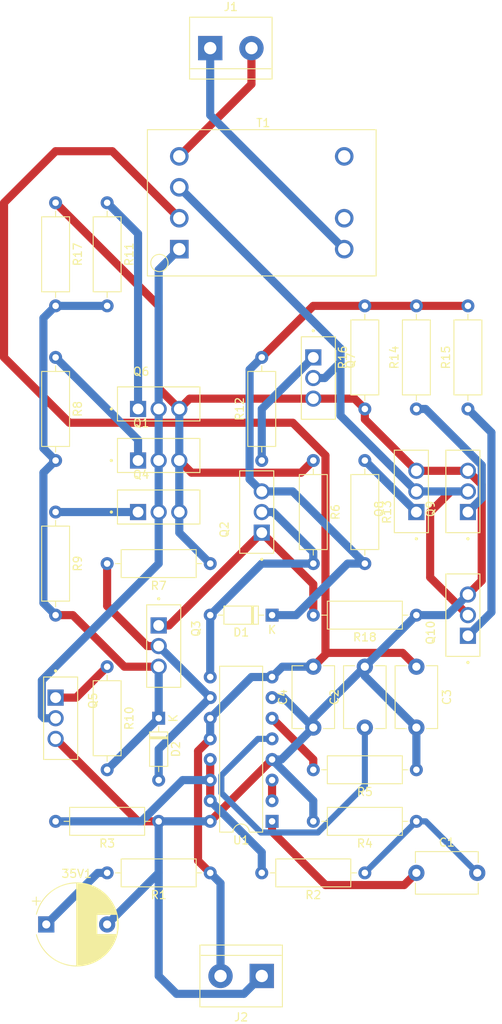
<source format=kicad_pcb>
(kicad_pcb (version 20221018) (generator pcbnew)
  (title_block (title "DC to AC Voltage Inverter ") (date "08.01.2024") (rev "1.0") (company "Muxtar_Safarov"))
  (layers (0 "F.Cu" signal) (31 "B.Cu" signal) (34 "B.Paste" user) (35 "F.Paste" user) (36 "B.SilkS" user "B.Silkscreen") (37 "F.SilkS" user "F.Silkscreen") (38 "B.Mask" user) (39 "F.Mask" user) (44 "Edge.Cuts" user))
  (net 0 "")
  (net 1 "Net-(35V1-Pad1)")
  (net 2 "4")
  (net 3 "Net-(U1-1IN+)")
  (net 4 "Net-(C1-Pad2)")
  (net 5 "Net-(U1-CT)")
  (net 6 "11")
  (net 7 "Net-(D1-K)")
  (net 8 "9")
  (net 9 "Net-(D2-K)")
  (net 10 "10")
  (net 11 "Net-(J1-Pin_1)")
  (net 12 "Net-(J1-Pin_2)")
  (net 13 "Net-(Q1-Pad1)")
  (net 14 "Net-(T1-PR1)")
  (net 15 "Net-(Q2-C)")
  (net 16 "Net-(Q4-Pad1)")
  (net 17 "Net-(Q5-Pad1)")
  (net 18 "Net-(Q6-Pad1)")
  (net 19 "Net-(Q7-Pad1)")
  (net 20 "Net-(T1-PR2)")
  (net 21 "Net-(Q8-Pad1)")
  (net 22 "Net-(Q9-Pad1)")
  (net 23 "Net-(Q10-Pad1)")
  (net 24 "Net-(U1-2IN-)")
  (net 25 "6")
  (net 26 "Net-(U1-1IN-)")
  (footprint "Diode_THT:D_DO-35_SOD27_P7.62mm_Horizontal" (layer "F.Cu") (at 69.85 152.4 -90)
    (fp_text reference "D2" (at 3.81 -2.12 90) (layer "F.SilkS"))
    (fp_text value "1N4148")
    (fp_text user "K" (at 0 -1.8 90) (layer "F.SilkS"))
    (pad "1" thru_hole rect (at 0 0 270) (size 1.6 1.6) (drill 0.8) (layers "*.Cu" "*.Mask") (net 9 "Net-(D2-K)"))
    (pad "2" thru_hole oval (at 7.62 0 270) (size 1.6 1.6) (drill 0.8) (layers "*.Cu" "*.Mask") (net 10 "10"))
  )
  (footprint "IRFZ44N:TO254P1016X419X2286-3" (layer "F.Cu") (at 82.55 127 90)
    (fp_text reference "Q2" (at -2.155 -4.6025 90) (layer "F.SilkS"))
    (fp_text value "A1015")
    (pad "1" thru_hole rect (at -2.54 0 90) (size 1.995 1.995) (drill 1.33) (layers "*.Cu" "*.Mask") (net 15 "Net-(Q2-C)"))
    (pad "2" thru_hole circle (at 0 0 90) (size 1.995 1.995) (drill 1.33) (layers "*.Cu" "*.Mask") (net 8 "9"))
    (pad "3" thru_hole circle (at 2.54 0 90) (size 1.995 1.995) (drill 1.33) (layers "*.Cu" "*.Mask") (net 7 "Net-(D1-K)"))
  )
  (footprint "IRFZ44N:TO254P1016X419X2286-3" (layer "F.Cu") (at 101.6 124.46 90)
    (fp_text reference "Q8" (at -2.155 -4.6025 90) (layer "F.SilkS"))
    (fp_text value "IRFZ44N")
    (pad "1" thru_hole rect (at -2.54 0 90) (size 1.995 1.995) (drill 1.33) (layers "*.Cu" "*.Mask") (net 21 "Net-(Q8-Pad1)"))
    (pad "2" thru_hole circle (at 0 0 90) (size 1.995 1.995) (drill 1.33) (layers "*.Cu" "*.Mask") (net 20 "Net-(T1-PR2)"))
    (pad "3" thru_hole circle (at 2.54 0 90) (size 1.995 1.995) (drill 1.33) (layers "*.Cu" "*.Mask") (net 2 "4"))
  )
  (footprint "Resistor_THT:R_Axial_DIN0309_L9.0mm_D3.2mm_P12.70mm_Horizontal" (layer "F.Cu") (at 63.5 146.05 -90)
    (fp_text reference "R10" (at 6.35 -2.72 90) (layer "F.SilkS"))
    (fp_text value "100R")
    (pad "1" thru_hole circle (at 0 0 270) (size 1.6 1.6) (drill 0.8) (layers "*.Cu" "*.Mask") (net 17 "Net-(Q5-Pad1)"))
    (pad "2" thru_hole oval (at 12.7 0 270) (size 1.6 1.6) (drill 0.8) (layers "*.Cu" "*.Mask") (net 9 "Net-(D2-K)"))
  )
  (footprint "Resistor_THT:R_Axial_DIN0309_L9.0mm_D3.2mm_P12.70mm_Horizontal" (layer "F.Cu") (at 101.6 114.3 90)
    (fp_text reference "R14" (at 6.35 -2.72 90) (layer "F.SilkS"))
    (fp_text value "100R")
    (pad "1" thru_hole circle (at 0 0 90) (size 1.6 1.6) (drill 0.8) (layers "*.Cu" "*.Mask") (net 22 "Net-(Q9-Pad1)"))
    (pad "2" thru_hole oval (at 12.7 0 90) (size 1.6 1.6) (drill 0.8) (layers "*.Cu" "*.Mask") (net 7 "Net-(D1-K)"))
  )
  (footprint "IRFZ44N:TO254P1016X419X2286-3" (layer "F.Cu") (at 69.85 127)
    (fp_text reference "Q4" (at -2.155 -4.6025) (layer "F.SilkS"))
    (fp_text value "IRFZ44N")
    (pad "1" thru_hole rect (at -2.54 0) (size 1.995 1.995) (drill 1.33) (layers "*.Cu" "*.Mask") (net 16 "Net-(Q4-Pad1)"))
    (pad "2" thru_hole circle (at 0 0) (size 1.995 1.995) (drill 1.33) (layers "*.Cu" "*.Mask") (net 14 "Net-(T1-PR1)"))
    (pad "3" thru_hole circle (at 2.54 0) (size 1.995 1.995) (drill 1.33) (layers "*.Cu" "*.Mask") (net 2 "4"))
  )
  (footprint "Resistor_THT:R_Axial_DIN0309_L9.0mm_D3.2mm_P12.70mm_Horizontal" (layer "F.Cu") (at 57.15 107.95 -90)
    (fp_text reference "R8" (at 6.35 -2.72 90) (layer "F.SilkS"))
    (fp_text value "100R")
    (pad "1" thru_hole circle (at 0 0 270) (size 1.6 1.6) (drill 0.8) (layers "*.Cu" "*.Mask") (net 13 "Net-(Q1-Pad1)"))
    (pad "2" thru_hole oval (at 12.7 0 270) (size 1.6 1.6) (drill 0.8) (layers "*.Cu" "*.Mask") (net 9 "Net-(D2-K)"))
  )
  (footprint "Capacitor_THT:C_Disc_D7.5mm_W5.0mm_P7.50mm" (layer "F.Cu") (at 101.6 171.45)
    (fp_text reference "C1" (at 3.75 -3.75) (layer "F.SilkS"))
    (fp_text value "100nF")
    (pad "1" thru_hole circle (at 0 0) (size 2 2) (drill 1) (layers "*.Cu" "*.Mask") (net 3 "Net-(U1-1IN+)"))
    (pad "2" thru_hole circle (at 7.5 0) (size 2 2) (drill 1) (layers "*.Cu" "*.Mask") (net 4 "Net-(C1-Pad2)"))
  )
  (footprint "Resistor_THT:R_Axial_DIN0309_L9.0mm_D3.2mm_P12.70mm_Horizontal" (layer "F.Cu") (at 95.25 120.65 -90)
    (fp_text reference "R13" (at 6.35 -2.72 90) (layer "F.SilkS"))
    (fp_text value "100R")
    (pad "1" thru_hole circle (at 0 0 270) (size 1.6 1.6) (drill 0.8) (layers "*.Cu" "*.Mask") (net 21 "Net-(Q8-Pad1)"))
    (pad "2" thru_hole oval (at 12.7 0 270) (size 1.6 1.6) (drill 0.8) (layers "*.Cu" "*.Mask") (net 7 "Net-(D1-K)"))
  )
  (footprint "IRFZ44N:TO254P1016X419X2286-3" (layer "F.Cu") (at 107.95 139.7 90)
    (fp_text reference "Q10" (at -2.155 -4.6025 90) (layer "F.SilkS"))
    (fp_text value "IRFZ44N")
    (pad "1" thru_hole rect (at -2.54 0 90) (size 1.995 1.995) (drill 1.33) (layers "*.Cu" "*.Mask") (net 23 "Net-(Q10-Pad1)"))
    (pad "2" thru_hole circle (at 0 0 90) (size 1.995 1.995) (drill 1.33) (layers "*.Cu" "*.Mask") (net 20 "Net-(T1-PR2)"))
    (pad "3" thru_hole circle (at 2.54 0 90) (size 1.995 1.995) (drill 1.33) (layers "*.Cu" "*.Mask") (net 2 "4"))
  )
  (footprint "Resistor_THT:R_Axial_DIN0309_L9.0mm_D3.2mm_P12.70mm_Horizontal" (layer "F.Cu") (at 69.85 165.1 180)
    (fp_text reference "R3" (at 6.35 -2.72) (layer "F.SilkS"))
    (fp_text value "4,7K")
    (pad "1" thru_hole circle (at 0 0 180) (size 1.6 1.6) (drill 0.8) (layers "*.Cu" "*.Mask") (net 2 "4"))
    (pad "2" thru_hole oval (at 12.7 0 180) (size 1.6 1.6) (drill 0.8) (layers "*.Cu" "*.Mask") (net 24 "Net-(U1-2IN-)"))
  )
  (footprint "TerminalBlock:TerminalBlock_bornier-2_P5.08mm" (layer "F.Cu") (at 82.55 184.15 180)
    (fp_text reference "J2" (at 2.54 -5.08) (layer "F.SilkS"))
    (fp_text value "12V INPUT ")
    (pad "1" thru_hole rect (at 0 0 180) (size 3 3) (drill 1.52) (layers "*.Cu" "*.Mask") (net 2 "4"))
    (pad "2" thru_hole circle (at 5.08 0 180) (size 3 3) (drill 1.52) (layers "*.Cu" "*.Mask") (net 6 "11"))
  )
  (footprint "Resistor_THT:R_Axial_DIN0309_L9.0mm_D3.2mm_P12.70mm_Horizontal" (layer "F.Cu") (at 76.2 171.45 180)
    (fp_text reference "R1" (at 6.35 -2.72) (layer "F.SilkS"))
    (fp_text value "10R")
    (pad "1" thru_hole circle (at 0 0 180) (size 1.6 1.6) (drill 0.8) (layers "*.Cu" "*.Mask") (net 6 "11"))
    (pad "2" thru_hole oval (at 12.7 0 180) (size 1.6 1.6) (drill 0.8) (layers "*.Cu" "*.Mask") (net 1 "Net-(35V1-Pad1)"))
  )
  (footprint "Capacitor_THT:C_Disc_D7.5mm_W5.0mm_P7.50mm" (layer "F.Cu") (at 95.25 153.55 90)
    (fp_text reference "C2" (at 3.75 -3.75 90) (layer "F.SilkS"))
    (fp_text value "220nF")
    (pad "1" thru_hole circle (at 0 0 90) (size 2 2) (drill 1) (layers "*.Cu" "*.Mask") (net 5 "Net-(U1-CT)"))
    (pad "2" thru_hole circle (at 7.5 0 90) (size 2 2) (drill 1) (layers "*.Cu" "*.Mask") (net 2 "4"))
  )
  (footprint "Capacitor_THT:CP_Radial_D10.0mm_P7.50mm" (layer "F.Cu") (at 56 177.8)
    (fp_text reference "35V1" (at 3.75 -6.25) (layer "F.SilkS"))
    (fp_text value "470uF")
    (pad "1" thru_hole rect (at 0 0) (size 2 2) (drill 1) (layers "*.Cu" "*.Mask") (net 1 "Net-(35V1-Pad1)"))
    (pad "2" thru_hole circle (at 7.5 0) (size 2 2) (drill 1) (layers "*.Cu" "*.Mask") (net 2 "4"))
  )
  (footprint "IRFZ44N:TO254P1016X419X2286-3" (layer "F.Cu") (at 69.85 143.51 -90)
    (fp_text reference "Q3" (at -2.155 -4.6025 90) (layer "F.SilkS"))
    (fp_text value "A1015")
    (pad "1" thru_hole rect (at -2.54 0 270) (size 1.995 1.995) (drill 1.33) (layers "*.Cu" "*.Mask") (net 15 "Net-(Q2-C)"))
    (pad "2" thru_hole circle (at 0 0 270) (size 1.995 1.995) (drill 1.33) (layers "*.Cu" "*.Mask") (net 10 "10"))
    (pad "3" thru_hole circle (at 2.54 0 270) (size 1.995 1.995) (drill 1.33) (layers "*.Cu" "*.Mask") (net 9 "Net-(D2-K)"))
  )
  (footprint "IRFZ44N:TO254P1016X419X2286-3" (layer "F.Cu") (at 57.15 152.4 -90)
    (fp_text reference "Q5" (at -2.155 -4.6025 90) (layer "F.SilkS"))
    (fp_text value "IRFZ44N")
    (pad "1" thru_hole rect (at -2.54 0 270) (size 1.995 1.995) (drill 1.33) (layers "*.Cu" "*.Mask") (net 17 "Net-(Q5-Pad1)"))
    (pad "2" thru_hole circle (at 0 0 270) (size 1.995 1.995) (drill 1.33) (layers "*.Cu" "*.Mask") (net 14 "Net-(T1-PR1)"))
    (pad "3" thru_hole circle (at 2.54 0 270) (size 1.995 1.995) (drill 1.33) (layers "*.Cu" "*.Mask") (net 2 "4"))
  )
  (footprint "Resistor_THT:R_Axial_DIN0309_L9.0mm_D3.2mm_P12.70mm_Horizontal" (layer "F.Cu") (at 88.9 120.65 -90)
    (fp_text reference "R6" (at 6.35 -2.72 90) (layer "F.SilkS"))
    (fp_text value "1K")
    (pad "1" thru_hole circle (at 0 0 270) (size 1.6 1.6) (drill 0.8) (layers "*.Cu" "*.Mask") (net 2 "4"))
    (pad "2" thru_hole oval (at 12.7 0 270) (size 1.6 1.6) (drill 0.8) (layers "*.Cu" "*.Mask") (net 8 "9"))
  )
  (footprint "IRFZ44N:TO254P1016X419X2286-3" (layer "F.Cu") (at 69.85 120.65)
    (fp_text reference "Q1" (at -2.155 -4.6025) (layer "F.SilkS"))
    (fp_text value "IRFZ44N")
    (pad "1" thru_hole rect (at -2.54 0) (size 1.995 1.995) (drill 1.33) (layers "*.Cu" "*.Mask") (net 13 "Net-(Q1-Pad1)"))
    (pad "2" thru_hole circle (at 0 0) (size 1.995 1.995) (drill 1.33) (layers "*.Cu" "*.Mask") (net 14 "Net-(T1-PR1)"))
    (pad "3" thru_hole circle (at 2.54 0) (size 1.995 1.995) (drill 1.33) (layers "*.Cu" "*.Mask") (net 2 "4"))
  )
  (footprint "Capacitor_THT:C_Disc_D7.5mm_W5.0mm_P7.50mm" (layer "F.Cu") (at 101.6 146.05 -90)
    (fp_text reference "C3" (at 3.75 -3.75 90) (layer "F.SilkS"))
    (fp_text value "100nF")
    (pad "1" thru_hole circle (at 0 0 270) (size 2 2) (drill 1) (layers "*.Cu" "*.Mask") (net 6 "11"))
    (pad "2" thru_hole circle (at 7.5 0 270) (size 2 2) (drill 1) (layers "*.Cu" "*.Mask") (net 2 "4"))
  )
  (footprint "Resistor_THT:R_Axial_DIN0309_L9.0mm_D3.2mm_P12.70mm_Horizontal" (layer "F.Cu") (at 82.55 120.65 90)
    (fp_text reference "R12" (at 6.35 -2.72 90) (layer "F.SilkS"))
    (fp_text value "100R")
    (pad "1" thru_hole circle (at 0 0 90) (size 1.6 1.6) (drill 0.8) (layers "*.Cu" "*.Mask") (net 19 "Net-(Q7-Pad1)"))
    (pad "2" thru_hole oval (at 12.7 0 90) (size 1.6 1.6) (drill 0.8) (layers "*.Cu" "*.Mask") (net 7 "Net-(D1-K)"))
  )
  (footprint "Resistor_THT:R_Axial_DIN0309_L9.0mm_D3.2mm_P12.70mm_Horizontal" (layer "F.Cu") (at 101.6 165.1 180)
    (fp_text reference "R4" (at 6.35 -2.72) (layer "F.SilkS"))
    (fp_text value "6,8K")
    (pad "1" thru_hole circle (at 0 0 180) (size 1.6 1.6) (drill 0.8) (layers "*.Cu" "*.Mask") (net 4 "Net-(C1-Pad2)"))
    (pad "2" thru_hole oval (at 12.7 0 180) (size 1.6 1.6) (drill 0.8) (layers "*.Cu" "*.Mask") (net 2 "4"))
  )
  (footprint "Diode_THT:D_DO-35_SOD27_P7.62mm_Horizontal" (layer "F.Cu") (at 83.82 139.7 180)
    (fp_text reference "D1" (at 3.81 -2.12) (layer "F.SilkS"))
    (fp_text value "1N4148")
    (fp_text user "K" (at 0 -1.8) (layer "F.SilkS"))
    (pad "1" thru_hole rect (at 0 0 180) (size 1.6 1.6) (drill 0.8) (layers "*.Cu" "*.Mask") (net 7 "Net-(D1-K)"))
    (pad "2" thru_hole oval (at 7.62 0 180) (size 1.6 1.6) (drill 0.8) (layers "*.Cu" "*.Mask") (net 8 "9"))
  )
  (footprint "TerminalBlock:TerminalBlock_bornier-2_P5.08mm" (layer "F.Cu") (at 76.2 69.85)
    (fp_text reference "J1" (at 2.54 -5.08) (layer "F.SilkS"))
    (fp_text value "OUT")
    (pad "1" thru_hole rect (at 0 0) (size 3 3) (drill 1.52) (layers "*.Cu" "*.Mask") (net 11 "Net-(J1-Pin_1)"))
    (pad "2" thru_hole circle (at 5.08 0) (size 3 3) (drill 1.52) (layers "*.Cu" "*.Mask") (net 12 "Net-(J1-Pin_2)"))
  )
  (footprint "Transformer_THT:Transformer_Microphone_Lundahl_LL1587" (layer "F.Cu") (at 72.39 94.615)
    (fp_text reference "T1" (at 10.35 -15.55) (layer "F.SilkS"))
    (fp_text value "12V to 220V")
    (pad "1" thru_hole rect (at 0 0) (size 2.29 2.29) (drill 1.52) (layers "*.Cu" "*.Mask") (net 14 "Net-(T1-PR1)"))
    (pad "2" thru_hole circle (at 0 -3.81) (size 2.29 2.29) (drill 1.52) (layers "*.Cu" "*.Mask") (net 6 "11"))
    (pad "3" thru_hole circle (at 0 -7.62) (size 2.29 2.29) (drill 1.52) (layers "*.Cu" "*.Mask") (net 20 "Net-(T1-PR2)"))
    (pad "4" thru_hole circle (at 0 -11.43) (size 2.29 2.29) (drill 1.52) (layers "*.Cu" "*.Mask") (net 12 "Net-(J1-Pin_2)"))
    (pad "5" thru_hole circle (at 20.32 0) (size 2.29 2.29) (drill 1.52) (layers "*.Cu" "*.Mask") (net 11 "Net-(J1-Pin_1)"))
    (pad "6" thru_hole circle (at 20.32 -3.81) (size 2.29 2.29) (drill 1.52) (layers "*.Cu" "*.Mask"))
    (pad "8" thru_hole circle (at 20.32 -11.43) (size 2.29 2.29) (drill 1.52) (layers "*.Cu" "*.Mask"))
  )
  (footprint "IRFZ44N:TO254P1016X419X2286-3" (layer "F.Cu") (at 107.95 124.46 90)
    (fp_text reference "Q9" (at -2.155 -4.6025 90) (layer "F.SilkS"))
    (fp_text value "IRFZ44N")
    (pad "1" thru_hole rect (at -2.54 0 90) (size 1.995 1.995) (drill 1.33) (layers "*.Cu" "*.Mask") (net 22 "Net-(Q9-Pad1)"))
    (pad "2" thru_hole circle (at 0 0 90) (size 1.995 1.995) (drill 1.33) (layers "*.Cu" "*.Mask") (net 20 "Net-(T1-PR2)"))
    (pad "3" thru_hole circle (at 2.54 0 90) (size 1.995 1.995) (drill 1.33) (layers "*.Cu" "*.Mask") (net 2 "4"))
  )
  (footprint "Package_DIP:DIP-16_W7.62mm" (layer "F.Cu") (at 83.82 165.1 180)
    (fp_text reference "U1" (at 3.81 -2.33) (layer "F.SilkS"))
    (fp_text value "TL494")
    (pad "1" thru_hole rect (at 0 0 180) (size 1.6 1.6) (drill 0.8) (layers "*.Cu" "*.Mask") (net 3 "Net-(U1-1IN+)"))
    (pad "2" thru_hole oval (at 0 2.54 180) (size 1.6 1.6) (drill 0.8) (layers "*.Cu" "*.Mask") (net 26 "Net-(U1-1IN-)"))
    (pad "3" thru_hole oval (at 0 5.08 180) (size 1.6 1.6) (drill 0.8) (layers "*.Cu" "*.Mask") (net 26 "Net-(U1-1IN-)"))
    (pad "4" thru_hole oval (at 0 7.62 180) (size 1.6 1.6) (drill 0.8) (layers "*.Cu" "*.Mask") (net 2 "4"))
    (pad "5" thru_hole oval (at 0 10.16 180) (size 1.6 1.6) (drill 0.8) (layers "*.Cu" "*.Mask") (net 5 "Net-(U1-CT)"))
    (pad "6" thru_hole oval (at 0 12.7 180) (size 1.6 1.6) (drill 0.8) (layers "*.Cu" "*.Mask") (net 25 "6"))
    (pad "7" thru_hole oval (at 0 15.24 180) (size 1.6 1.6) (drill 0.8) (layers "*.Cu" "*.Mask") (net 2 "4"))
    (pad "8" thru_hole oval (at 0 17.78 180) (size 1.6 1.6) (drill 0.8) (layers "*.Cu" "*.Mask") (net 6 "11"))
    (pad "9" thru_hole oval (at 7.62 17.78 180) (size 1.6 1.6) (drill 0.8) (layers "*.Cu" "*.Mask") (net 8 "9"))
    (pad "10" thru_hole oval (at 7.62 15.24 180) (size 1.6 1.6) (drill 0.8) (layers "*.Cu" "*.Mask") (net 10 "10"))
    (pad "11" thru_hole oval (at 7.62 12.7 180) (size 1.6 1.6) (drill 0.8) (layers "*.Cu" "*.Mask") (net 6 "11"))
    (pad "12" thru_hole oval (at 7.62 10.16 180) (size 1.6 1.6) (drill 0.8) (layers "*.Cu" "*.Mask") (net 6 "11"))
    (pad "13" thru_hole oval (at 7.62 7.62 180) (size 1.6 1.6) (drill 0.8) (layers "*.Cu" "*.Mask") (net 24 "Net-(U1-2IN-)"))
    (pad "14" thru_hole oval (at 7.62 5.08 180) (size 1.6 1.6) (drill 0.8) (layers "*.Cu" "*.Mask") (net 24 "Net-(U1-2IN-)"))
    (pad "15" thru_hole oval (at 7.62 2.54 180) (size 1.6 1.6) (drill 0.8) (layers "*.Cu" "*.Mask") (net 24 "Net-(U1-2IN-)"))
    (pad "16" thru_hole oval (at 7.62 0 180) (size 1.6 1.6) (drill 0.8) (layers "*.Cu" "*.Mask") (net 2 "4"))
  )
  (footprint "Resistor_THT:R_Axial_DIN0309_L9.0mm_D3.2mm_P12.70mm_Horizontal" (layer "F.Cu") (at 63.5 88.9 -90)
    (fp_text reference "R11" (at 6.35 -2.72 90) (layer "F.SilkS"))
    (fp_text value "100R")
    (pad "1" thru_hole circle (at 0 0 270) (size 1.6 1.6) (drill 0.8) (layers "*.Cu" "*.Mask") (net 18 "Net-(Q6-Pad1)"))
    (pad "2" thru_hole oval (at 12.7 0 270) (size 1.6 1.6) (drill 0.8) (layers "*.Cu" "*.Mask") (net 9 "Net-(D2-K)"))
  )
  (footprint "Resistor_THT:R_Axial_DIN0309_L9.0mm_D3.2mm_P12.70mm_Horizontal" (layer "F.Cu") (at 57.15 127 -90)
    (fp_text reference "R9" (at 6.35 -2.72 90) (layer "F.SilkS"))
    (fp_text value "100R")
    (pad "1" thru_hole circle (at 0 0 270) (size 1.6 1.6) (drill 0.8) (layers "*.Cu" "*.Mask") (net 16 "Net-(Q4-Pad1)"))
    (pad "2" thru_hole oval (at 12.7 0 270) (size 1.6 1.6) (drill 0.8) (layers "*.Cu" "*.Mask") (net 9 "Net-(D2-K)"))
  )
  (footprint "Resistor_THT:R_Axial_DIN0309_L9.0mm_D3.2mm_P12.70mm_Horizontal" (layer "F.Cu") (at 95.25 114.3 90)
    (fp_text reference "R16" (at 6.35 -2.72 90) (layer "F.SilkS"))
    (fp_text value "220R")
    (pad "1" thru_hole circle (at 0 0 90) (size 1.6 1.6) (drill 0.8) (layers "*.Cu" "*.Mask") (net 2 "4"))
    (pad "2" thru_hole oval (at 12.7 0 90) (size 1.6 1.6) (drill 0.8) (layers "*.Cu" "*.Mask") (net 7 "Net-(D1-K)"))
  )
  (footprint "Capacitor_THT:C_Disc_D7.5mm_W5.0mm_P7.50mm" (layer "F.Cu") (at 88.9 153.55 90)
    (fp_text reference "C4" (at 3.75 -3.75 90) (layer "F.SilkS"))
    (fp_text value "220nF")
    (pad "1" thru_hole circle (at 0 0 90) (size 2 2) (drill 1) (layers "*.Cu" "*.Mask") (net 2 "4"))
    (pad "2" thru_hole circle (at 7.5 0 90) (size 2 2) (drill 1) (layers "*.Cu" "*.Mask") (net 6 "11"))
  )
  (footprint "IRFZ44N:TO254P1016X419X2286-3" (layer "F.Cu") (at 88.9 110.49 -90)
    (fp_text reference "Q7" (at -2.155 -4.6025 90) (layer "F.SilkS"))
    (fp_text value "IRFZ44N")
    (pad "1" thru_hole rect (at -2.54 0 270) (size 1.995 1.995) (drill 1.33) (layers "*.Cu" "*.Mask") (net 19 "Net-(Q7-Pad1)"))
    (pad "2" thru_hole circle (at 0 0 270) (size 1.995 1.995) (drill 1.33) (layers "*.Cu" "*.Mask") (net 20 "Net-(T1-PR2)"))
    (pad "3" thru_hole circle (at 2.54 0 270) (size 1.995 1.995) (drill 1.33) (layers "*.Cu" "*.Mask") (net 2 "4"))
  )
  (footprint "Resistor_THT:R_Axial_DIN0309_L9.0mm_D3.2mm_P12.70mm_Horizontal" (layer "F.Cu") (at 101.6 158.75 180)
    (fp_text reference "R5" (at 6.35 -2.72) (layer "F.SilkS"))
    (fp_text value "68K")
    (pad "1" thru_hole circle (at 0 0 180) (size 1.6 1.6) (drill 0.8) (layers "*.Cu" "*.Mask") (net 2 "4"))
    (pad "2" thru_hole oval (at 12.7 0 180) (size 1.6 1.6) (drill 0.8) (layers "*.Cu" "*.Mask") (net 25 "6"))
  )
  (footprint "Resistor_THT:R_Axial_DIN0309_L9.0mm_D3.2mm_P12.70mm_Horizontal" (layer "F.Cu") (at 101.6 139.7 180)
    (fp_text reference "R18" (at 6.35 -2.72) (layer "F.SilkS"))
    (fp_text value "10R")
    (pad "1" thru_hole circle (at 0 0 180) (size 1.6 1.6) (drill 0.8) (layers "*.Cu" "*.Mask") (net 2 "4"))
    (pad "2" thru_hole oval (at 12.7 0 180) (size 1.6 1.6) (drill 0.8) (layers "*.Cu" "*.Mask") (net 15 "Net-(Q2-C)"))
  )
  (footprint "Resistor_THT:R_Axial_DIN0309_L9.0mm_D3.2mm_P12.70mm_Horizontal" (layer "F.Cu") (at 95.25 171.45 180)
    (fp_text reference "R2" (at 6.35 -2.72) (layer "F.SilkS"))
    (fp_text value "10K")
    (pad "1" thru_hole circle (at 0 0 180) (size 1.6 1.6) (drill 0.8) (layers "*.Cu" "*.Mask") (net 4 "Net-(C1-Pad2)"))
    (pad "2" thru_hole oval (at 12.7 0 180) (size 1.6 1.6) (drill 0.8) (layers "*.Cu" "*.Mask") (net 24 "Net-(U1-2IN-)"))
  )
  (footprint "Resistor_THT:R_Axial_DIN0309_L9.0mm_D3.2mm_P12.70mm_Horizontal" (layer "F.Cu") (at 57.15 88.9 -90)
    (fp_text reference "R17" (at 6.35 -2.72 90) (layer "F.SilkS"))
    (fp_text value "220R")
    (pad "1" thru_hole circle (at 0 0 270) (size 1.6 1.6) (drill 0.8) (layers "*.Cu" "*.Mask") (net 2 "4"))
    (pad "2" thru_hole oval (at 12.7 0 270) (size 1.6 1.6) (drill 0.8) (layers "*.Cu" "*.Mask") (net 9 "Net-(D2-K)"))
  )
  (footprint "Resistor_THT:R_Axial_DIN0309_L9.0mm_D3.2mm_P12.70mm_Horizontal" (layer "F.Cu") (at 107.95 114.3 90)
    (fp_text reference "R15" (at 6.35 -2.72 90) (layer "F.SilkS"))
    (fp_text value "100R")
    (pad "1" thru_hole circle (at 0 0 90) (size 1.6 1.6) (drill 0.8) (layers "*.Cu" "*.Mask") (net 23 "Net-(Q10-Pad1)"))
    (pad "2" thru_hole oval (at 12.7 0 90) (size 1.6 1.6) (drill 0.8) (layers "*.Cu" "*.Mask") (net 7 "Net-(D1-K)"))
  )
  (footprint "Resistor_THT:R_Axial_DIN0309_L9.0mm_D3.2mm_P12.70mm_Horizontal" (layer "F.Cu") (at 76.2 133.35 180)
    (fp_text reference "R7" (at 6.35 -2.72) (layer "F.SilkS"))
    (fp_text value "1K")
    (pad "1" thru_hole circle (at 0 0 180) (size 1.6 1.6) (drill 0.8) (layers "*.Cu" "*.Mask") (net 2 "4"))
    (pad "2" thru_hole oval (at 12.7 0 180) (size 1.6 1.6) (drill 0.8) (layers "*.Cu" "*.Mask") (net 10 "10"))
  )
  (footprint "IRFZ44N:TO254P1016X419X2286-3" (layer "F.Cu") (at 69.85 114.3)
    (fp_text reference "Q6" (at -2.155 -4.6025) (layer "F.SilkS"))
    (fp_text value "IRFZ44N")
    (pad "1" thru_hole rect (at -2.54 0) (size 1.995 1.995) (drill 1.33) (layers "*.Cu" "*.Mask") (net 18 "Net-(Q6-Pad1)"))
    (pad "2" thru_hole circle (at 0 0) (size 1.995 1.995) (drill 1.33) (layers "*.Cu" "*.Mask") (net 14 "Net-(T1-PR1)"))
    (pad "3" thru_hole circle (at 2.54 0) (size 1.995 1.995) (drill 1.33) (layers "*.Cu" "*.Mask") (net 2 "4"))
  )
  (segment (start 63.5 171.45) (end 62.35 171.45) (width 1) (layer "B.Cu") (net 1))
  (segment (start 62.35 171.45) (end 56 177.8) (width 1) (layer "B.Cu") (net 1))
  (segment (start 95.25 114.3) (end 95.25 115.57) (width 1) (layer "F.Cu") (net 2))
  (segment (start 107.95 137.16) (end 109.6475 135.4625) (width 1) (layer "F.Cu") (net 2))
  (segment (start 57.15 88.9) (end 69.85 101.6) (width 1) (layer "F.Cu") (net 2))
  (segment (start 73.89 122.15) (end 72.39 120.65) (width 1) (layer "F.Cu") (net 2))
  (segment (start 57.15 154.94) (end 67.31 165.1) (width 1) (layer "F.Cu") (net 2))
  (segment (start 88.9 120.65) (end 87.4 122.15) (width 1) (layer "F.Cu") (net 2))
  (segment (start 67.31 165.1) (end 69.85 165.1) (width 1) (layer "F.Cu") (net 2))
  (segment (start 93.98 113.03) (end 95.25 114.3) (width 1) (layer "F.Cu") (net 2))
  (segment (start 83.82 157.48) (end 76.2 165.1) (width 1) (layer "F.Cu") (net 2))
  (segment (start 69.85 101.6) (end 69.85 111.76) (width 1) (layer "F.Cu") (net 2))
  (segment (start 101.6 121.92) (end 107.95 121.92) (width 1) (layer "F.Cu") (net 2))
  (segment (start 73.66 113.03) (end 72.39 114.3) (width 1) (layer "F.Cu") (net 2))
  (segment (start 95.25 115.57) (end 101.6 121.92) (width 1) (layer "F.Cu") (net 2))
  (segment (start 109.6475 123.6175) (end 107.95 121.92) (width 1) (layer "F.Cu") (net 2))
  (segment (start 88.9 113.03) (end 93.98 113.03) (width 1) (layer "F.Cu") (net 2))
  (segment (start 109.6475 135.4625) (end 109.6475 123.6175) (width 1) (layer "F.Cu") (net 2))
  (segment (start 69.85 111.76) (end 72.39 114.3) (width 1) (layer "F.Cu") (net 2))
  (segment (start 87.4 122.15) (end 73.89 122.15) (width 1) (layer "F.Cu") (net 2))
  (segment (start 88.9 113.03) (end 73.66 113.03) (width 1) (layer "F.Cu") (net 2))
  (segment (start 83.82 157.48) (end 84.97 157.48) (width 1) (layer "B.Cu") (net 2))
  (segment (start 83.82 149.86) (end 85.21 149.86) (width 1) (layer "B.Cu") (net 2))
  (segment (start 72.39 127) (end 72.39 129.54) (width 1) (layer "B.Cu") (net 2))
  (segment (start 69.85 171.45) (end 63.5 177.8) (width 1) (layer "B.Cu") (net 2))
  (segment (start 80.35 186.35) (end 72.05 186.35) (width 1) (layer "B.Cu") (net 2))
  (segment (start 101.6 139.7) (end 95.25 146.05) (width 1) (layer "B.Cu") (net 2))
  (segment (start 83.82 157.48) (end 88.9 162.56) (width 1) (layer "B.Cu") (net 2))
  (segment (start 69.85 184.15) (end 69.85 171.45) (width 1) (layer "B.Cu") (net 2))
  (segment (start 82.55 184.15) (end 80.35 186.35) (width 1) (layer "B.Cu") (net 2))
  (segment (start 105.41 139.7) (end 107.95 137.16) (width 1) (layer "B.Cu") (net 2))
  (segment (start 95.25 147.2) (end 95.25 146.05) (width 1) (layer "B.Cu") (net 2))
  (segment (start 72.39 120.65) (end 72.39 114.3) (width 1) (layer "B.Cu") (net 2))
  (segment (start 72.05 186.35) (end 69.85 184.15) (width 1) (layer "B.Cu") (net 2))
  (segment (start 76.2 165.1) (end 69.85 165.1) (width 1) (layer "B.Cu") (net 2))
  (segment (start 88.9 152.4) (end 88.9 153.55) (width 1) (layer "B.Cu") (net 2))
  (segment (start 101.6 153.55) (end 101.6 158.75) (width 1) (layer "B.Cu") (net 2))
  (segment (start 95.25 146.05) (end 88.9 152.4) (width 1) (layer "B.Cu") (net 2))
  (segment (start 101.6 153.55) (end 95.25 147.2) (width 1) (layer "B.Cu") (net 2))
  (segment (start 85.21 149.86) (end 88.9 153.55) (width 1) (layer "B.Cu") (net 2))
  (segment (start 88.9 162.56) (end 88.9 165.1) (width 1) (layer "B.Cu") (net 2))
  (segment (start 69.85 165.1) (end 69.85 171.45) (width 1) (layer "B.Cu") (net 2))
  (segment (start 72.39 127) (end 72.39 120.65) (width 1) (layer "B.Cu") (net 2))
  (segment (start 101.6 139.7) (end 105.41 139.7) (width 1) (layer "B.Cu") (net 2))
  (segment (start 72.39 129.54) (end 76.2 133.35) (width 1) (layer "B.Cu") (net 2))
  (segment (start 84.97 157.48) (end 88.9 153.55) (width 1) (layer "B.Cu") (net 2))
  (segment (start 83.82 166.37) (end 83.82 165.1) (width 1) (layer "F.Cu") (net 3))
  (segment (start 90.4 172.95) (end 83.82 166.37) (width 1) (layer "F.Cu") (net 3))
  (segment (start 100.1 172.95) (end 90.4 172.95) (width 1) (layer "F.Cu") (net 3))
  (segment (start 101.6 171.45) (end 100.1 172.95) (width 1) (layer "F.Cu") (net 3))
  (segment (start 101.6 165.1) (end 102.75 165.1) (width 0.75) (layer "B.Cu") (net 4))
  (segment (start 95.25 171.45) (end 101.6 165.1) (width 0.75) (layer "B.Cu") (net 4))
  (segment (start 102.75 165.1) (end 109.1 171.45) (width 0.75) (layer "B.Cu") (net 4))
  (segment (start 95.25 153.55) (end 95.25 160.694544) (width 0.75) (layer "B.Cu") (net 5))
  (segment (start 89.469544 166.475) (end 82.445 166.475) (width 0.75) (layer "B.Cu") (net 5))
  (segment (start 82.445 166.475) (end 77.575 161.605) (width 0.75) (layer "B.Cu") (net 5))
  (segment (start 95.25 160.694544) (end 89.469544 166.475) (width 0.75) (layer "B.Cu") (net 5))
  (segment (start 77.575 159.450456) (end 82.085456 154.94) (width 0.75) (layer "B.Cu") (net 5))
  (segment (start 82.085456 154.94) (end 83.82 154.94) (width 0.75) (layer "B.Cu") (net 5))
  (segment (start 77.575 161.605) (end 77.575 159.450456) (width 0.75) (layer "B.Cu") (net 5))
  (segment (start 88.9 146.05) (end 90.6 144.35) (width 1) (layer "F.Cu") (net 6))
  (segment (start 74.7 156.44) (end 76.2 154.94) (width 1) (layer "F.Cu") (net 6))
  (segment (start 50.8 107.95) (end 50.8 88.9) (width 1) (layer "F.Cu") (net 6))
  (segment (start 64.135 82.55) (end 72.39 90.805) (width 1) (layer "F.Cu") (net 6))
  (segment (start 88.9 146.05) (end 90.4 144.55) (width 1) (layer "F.Cu") (net 6))
  (segment (start 58.8475 115.9975) (end 50.8 107.95) (width 1) (layer "F.Cu") (net 6))
  (segment (start 50.8 88.9) (end 57.15 82.55) (width 1) (layer "F.Cu") (net 6))
  (segment (start 86.368821 115.9975) (end 58.8475 115.9975) (width 1) (layer "F.Cu") (net 6))
  (segment (start 90.6 144.35) (end 99.9 144.35) (width 1) (layer "F.Cu") (net 6))
  (segment (start 99.9 144.35) (end 101.6 146.05) (width 1) (layer "F.Cu") (net 6))
  (segment (start 90.4 144.55) (end 90.4 120.028679) (width 1) (layer "F.Cu") (net 6))
  (segment (start 74.7 169.95) (end 74.7 156.44) (width 1) (layer "F.Cu") (net 6))
  (segment (start 76.2 171.45) (end 74.7 169.95) (width 1) (layer "F.Cu") (net 6))
  (segment (start 57.15 82.55) (end 64.135 82.55) (width 1) (layer "F.Cu") (net 6))
  (segment (start 90.4 120.028679) (end 86.368821 115.9975) (width 1) (layer "F.Cu") (net 6))
  (segment (start 88.9 146.05) (end 85.09 146.05) (width 1) (layer "B.Cu") (net 6))
  (segment (start 77.47 172.72) (end 76.2 171.45) (width 1) (layer "B.Cu") (net 6))
  (segment (start 77.47 184.15) (end 77.47 172.72) (width 1) (layer "B.Cu") (net 6))
  (segment (start 83.82 147.32) (end 81.28 147.32) (width 1) (layer "B.Cu") (net 6))
  (segment (start 76.2 152.4) (end 76.2 154.94) (width 1) (layer "B.Cu") (net 6))
  (segment (start 81.28 147.32) (end 76.2 152.4) (width 1) (layer "B.Cu") (net 6))
  (segment (start 85.09 146.05) (end 83.82 147.32) (width 1) (layer "B.Cu") (net 6))
  (segment (start 82.55 107.95) (end 88.9 101.6) (width 1) (layer "F.Cu") (net 7))
  (segment (start 101.6 101.6) (end 107.95 101.6) (width 1) (layer "F.Cu") (net 7))
  (segment (start 95.25 101.6) (end 101.6 101.6) (width 1) (layer "F.Cu") (net 7))
  (segment (start 88.9 101.6) (end 95.25 101.6) (width 1) (layer "F.Cu") (net 7))
  (segment (start 86.778679 139.7) (end 83.82 139.7) (width 1) (layer "B.Cu") (net 7))
  (segment (start 81.05 122.96) (end 82.55 124.46) (width 1) (layer "B.Cu") (net 7))
  (segment (start 82.55 107.95) (end 81.05 109.45) (width 1) (layer "B.Cu") (net 7))
  (segment (start 93.128679 133.35) (end 86.778679 139.7) (width 1) (layer "B.Cu") (net 7))
  (segment (start 81.05 109.45) (end 81.05 122.96) (width 1) (layer "B.Cu") (net 7))
  (segment (start 86.36 124.46) (end 82.55 124.46) (width 1) (layer "B.Cu") (net 7))
  (segment (start 95.25 133.35) (end 86.36 124.46) (width 1) (layer "B.Cu") (net 7))
  (segment (start 95.25 133.35) (end 93.128679 133.35) (width 1) (layer "B.Cu") (net 7))
  (segment (start 83.960678 127) (end 88.9 131.939322) (width 1) (layer "B.Cu") (net 8))
  (segment (start 88.9 133.35) (end 82.55 133.35) (width 1) (layer "B.Cu") (net 8))
  (segment (start 82.55 133.35) (end 76.2 139.7) (width 1) (layer "B.Cu") (net 8))
  (segment (start 76.2 139.7) (end 76.2 147.32) (width 1) (layer "B.Cu") (net 8))
  (segment (start 82.55 127) (end 83.960678 127) (width 1) (layer "B.Cu") (net 8))
  (segment (start 88.9 131.939322) (end 88.9 133.35) (width 1) (layer "B.Cu") (net 8))
  (segment (start 69.85 146.05) (end 65.621321 146.05) (width 1) (layer "F.Cu") (net 9))
  (segment (start 59.271321 139.7) (end 57.15 139.7) (width 1) (layer "F.Cu") (net 9))
  (segment (start 65.621321 146.05) (end 59.271321 139.7) (width 1) (layer "F.Cu") (net 9))
  (segment (start 57.15 101.6) (end 63.5 101.6) (width 1) (layer "B.Cu") (net 9))
  (segment (start 55.65 119.15) (end 57.15 120.65) (width 1) (layer "B.Cu") (net 9))
  (segment (start 69.85 152.4) (end 69.85 146.05) (width 1) (layer "B.Cu") (net 9))
  (segment (start 55.65 138.2) (end 55.65 122.15) (width 1) (layer "B.Cu") (net 9))
  (segment (start 55.65 122.15) (end 57.15 120.65) (width 1) (layer "B.Cu") (net 9))
  (segment (start 63.5 158.75) (end 69.85 152.4) (width 1) (layer "B.Cu") (net 9))
  (segment (start 55.65 103.1) (end 55.65 119.15) (width 1) (layer "B.Cu") (net 9))
  (segment (start 57.15 139.7) (end 55.65 138.2) (width 1) (layer "B.Cu") (net 9))
  (segment (start 57.15 101.6) (end 55.65 103.1) (width 1) (layer "B.Cu") (net 9))
  (segment (start 63.5 133.35) (end 63.5 138.570678) (width 1) (layer "F.Cu") (net 10))
  (segment (start 63.5 138.570678) (end 68.439322 143.51) (width 1) (layer "F.Cu") (net 10))
  (segment (start 68.439322 143.51) (end 69.85 143.51) (width 1) (layer "F.Cu") (net 10))
  (segment (start 76.2 149.86) (end 69.85 156.21) (width 1) (layer "B.Cu") (net 10))
  (segment (start 69.85 156.21) (end 69.85 160.02) (width 1) (layer "B.Cu") (net 10))
  (segment (start 69.85 143.51) (end 76.2 149.86) (width 1) (layer "B.Cu") (net 10))
  (segment (start 76.2 78.105) (end 92.71 94.615) (width 1) (layer "B.Cu") (net 11))
  (segment (start 76.2 69.85) (end 76.2 78.105) (width 1) (layer "B.Cu") (net 11))
  (segment (start 72.39 83.185) (end 81.28 74.295) (width 1) (layer "F.Cu") (net 12))
  (segment (start 81.28 74.295) (end 81.28 69.85) (width 1) (layer "F.Cu") (net 12))
  (segment (start 67.31 118.11) (end 57.15 107.95) (width 1) (layer "B.Cu") (net 13))
  (segment (start 67.31 120.65) (end 67.31 118.11) (width 1) (layer "B.Cu") (net 13))
  (segment (start 69.85 114.3) (end 69.85 97.155) (width 1) (layer "B.Cu") (net 14))
  (segment (start 69.85 97.155) (end 72.39 94.615) (width 1) (layer "B.Cu") (net 14))
  (segment (start 69.85 120.65) (end 69.85 114.3) (width 1) (layer "B.Cu") (net 14))
  (segment (start 69.85 133.35) (end 69.85 127) (width 1) (layer "B.Cu") (net 14))
  (segment (start 55.739322 152.4) (end 55.4525 152.113178) (width 1) (layer "B.Cu") (net 14))
  (segment (start 55.4525 152.113178) (end 55.4525 147.7475) (width 1) (layer "B.Cu") (net 14))
  (segment (start 55.4525 147.7475) (end 69.85 133.35) (width 1) (layer "B.Cu") (net 14))
  (segment (start 69.85 127) (end 69.85 120.65) (width 1) (layer "B.Cu") (net 14))
  (segment (start 57.15 152.4) (end 55.739322 152.4) (width 1) (layer "B.Cu") (net 14))
  (segment (start 88.9 135.89) (end 82.55 129.54) (width 1) (layer "F.Cu") (net 15))
  (segment (start 88.9 139.7) (end 88.9 135.89) (width 1) (layer "F.Cu") (net 15))
  (segment (start 69.85 140.97) (end 71.12 140.97) (width 1) (layer "F.Cu") (net 15))
  (segment (start 71.12 140.97) (end 82.55 129.54) (width 1) (layer "F.Cu") (net 15))
  (segment (start 57.15 127) (end 67.31 127) (width 1) (layer "B.Cu") (net 16))
  (segment (start 57.15 149.86) (end 59.69 149.86) (width 1) (layer "F.Cu") (net 17))
  (segment (start 59.69 149.86) (end 63.5 146.05) (width 1) (layer "F.Cu") (net 17))
  (segment (start 67.31 92.71) (end 67.31 114.3) (width 1) (layer "B.Cu") (net 18))
  (segment (start 63.5 88.9) (end 67.31 92.71) (width 1) (layer "B.Cu") (net 18))
  (segment (start 82.55 114.3) (end 88.9 107.95) (width 1) (layer "B.Cu") (net 19))
  (segment (start 82.55 120.65) (end 82.55 114.3) (width 1) (layer "B.Cu") (net 19))
  (segment (start 103.2975 127) (end 105.8375 124.46) (width 1) (layer "F.Cu") (net 20))
  (segment (start 107.95 139.7) (end 103.2975 135.0475) (width 1) (layer "F.Cu") (net 20))
  (segment (start 105.8375 124.46) (end 107.95 124.46) (width 1) (layer "F.Cu") (net 20))
  (segment (start 103.2975 135.0475) (end 103.2975 127) (width 1) (layer "F.Cu") (net 20))
  (segment (start 92.25 106.855) (end 72.39 86.995) (width 1) (layer "B.Cu") (net 20))
  (segment (start 92.25 115.11) (end 92.25 106.855) (width 1) (layer "B.Cu") (net 20))
  (segment (start 101.6 124.46) (end 92.25 115.11) (width 1) (layer "B.Cu") (net 20))
  (segment (start 88.9 110.49) (end 90.310678 110.49) (width 1) (layer "B.Cu") (net 20))
  (segment (start 92.25 108.550678) (end 92.25 106.855) (width 1) (layer "B.Cu") (net 20))
  (segment (start 90.310678 110.49) (end 92.25 108.550678) (width 1) (layer "B.Cu") (net 20))
  (segment (start 107.95 124.46) (end 101.6 124.46) (width 1) (layer "B.Cu") (net 20))
  (segment (start 95.25 120.65) (end 101.6 127) (width 1) (layer "B.Cu") (net 21))
  (segment (start 101.6 114.3) (end 102.73137 114.3) (width 1) (layer "B.Cu") (net 22))
  (segment (start 109.6475 125.3025) (end 107.95 127) (width 1) (layer "B.Cu") (net 22))
  (segment (start 102.73137 114.3) (end 109.6475 121.21613) (width 1) (layer "B.Cu") (net 22))
  (segment (start 109.6475 121.21613) (end 109.6475 125.3025) (width 1) (layer "B.Cu") (net 22))
  (segment (start 110.8475 139.3425) (end 107.95 142.24) (width 1) (layer "B.Cu") (net 23))
  (segment (start 107.95 114.3) (end 110.8475 117.1975) (width 1) (layer "B.Cu") (net 23))
  (segment (start 110.8475 117.1975) (end 110.8475 139.3425) (width 1) (layer "B.Cu") (net 23))
  (segment (start 76.2 160.02) (end 76.2 162.56) (width 1) (layer "F.Cu") (net 24))
  (segment (start 76.2 157.48) (end 76.2 160.02) (width 1) (layer "F.Cu") (net 24))
  (segment (start 82.55 171.45) (end 82.55 168.91) (width 1) (layer "B.Cu") (net 24))
  (segment (start 72.808679 160.02) (end 76.2 160.02) (width 1) (layer "B.Cu") (net 24))
  (segment (start 67.728679 165.1) (end 72.808679 160.02) (width 1) (layer "B.Cu") (net 24))
  (segment (start 57.15 165.1) (end 67.728679 165.1) (width 1) (layer "B.Cu") (net 24))
  (segment (start 82.55 168.91) (end 76.2 162.56) (width 1) (layer "B.Cu") (net 24))
  (segment (start 88.9 157.48) (end 88.9 158.75) (width 1) (layer "F.Cu") (net 25))
  (segment (start 83.82 152.4) (end 88.9 157.48) (width 1) (layer "F.Cu") (net 25))
  (segment (start 83.82 160.02) (end 83.82 162.56) (width 1) (layer "F.Cu") (net 26))
)
</source>
